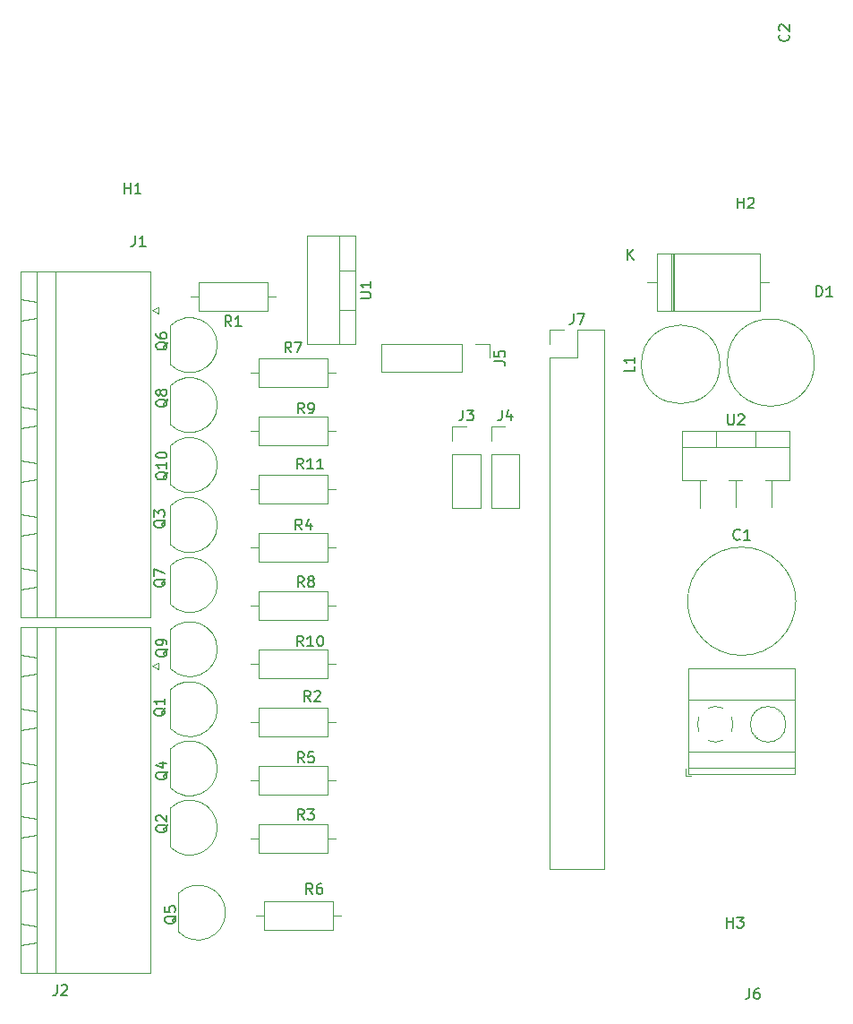
<source format=gbr>
%TF.GenerationSoftware,KiCad,Pcbnew,6.0.5-a6ca702e91~116~ubuntu20.04.1*%
%TF.CreationDate,2022-09-12T10:32:15-03:00*%
%TF.ProjectId,PEF,5045462e-6b69-4636-9164-5f7063625858,rev?*%
%TF.SameCoordinates,Original*%
%TF.FileFunction,Legend,Top*%
%TF.FilePolarity,Positive*%
%FSLAX46Y46*%
G04 Gerber Fmt 4.6, Leading zero omitted, Abs format (unit mm)*
G04 Created by KiCad (PCBNEW 6.0.5-a6ca702e91~116~ubuntu20.04.1) date 2022-09-12 10:32:15*
%MOMM*%
%LPD*%
G01*
G04 APERTURE LIST*
%ADD10C,0.150000*%
%ADD11C,0.120000*%
G04 APERTURE END LIST*
D10*
%TO.C,U2*%
X80518095Y-39732380D02*
X80518095Y-40541904D01*
X80565714Y-40637142D01*
X80613333Y-40684761D01*
X80708571Y-40732380D01*
X80899047Y-40732380D01*
X80994285Y-40684761D01*
X81041904Y-40637142D01*
X81089523Y-40541904D01*
X81089523Y-39732380D01*
X81518095Y-39827619D02*
X81565714Y-39780000D01*
X81660952Y-39732380D01*
X81899047Y-39732380D01*
X81994285Y-39780000D01*
X82041904Y-39827619D01*
X82089523Y-39922857D01*
X82089523Y-40018095D01*
X82041904Y-40160952D01*
X81470476Y-40732380D01*
X82089523Y-40732380D01*
%TO.C,C2*%
X86245892Y-3855416D02*
X86293511Y-3903035D01*
X86341130Y-4045892D01*
X86341130Y-4141130D01*
X86293511Y-4283988D01*
X86198273Y-4379226D01*
X86103035Y-4426845D01*
X85912559Y-4474464D01*
X85769702Y-4474464D01*
X85579226Y-4426845D01*
X85483988Y-4379226D01*
X85388750Y-4283988D01*
X85341130Y-4141130D01*
X85341130Y-4045892D01*
X85388750Y-3903035D01*
X85436369Y-3855416D01*
X85436369Y-3474464D02*
X85388750Y-3426845D01*
X85341130Y-3331607D01*
X85341130Y-3093511D01*
X85388750Y-2998273D01*
X85436369Y-2950654D01*
X85531607Y-2903035D01*
X85626845Y-2903035D01*
X85769702Y-2950654D01*
X86341130Y-3522083D01*
X86341130Y-2903035D01*
%TO.C,Q3*%
X27347619Y-49695238D02*
X27300000Y-49790476D01*
X27204761Y-49885714D01*
X27061904Y-50028571D01*
X27014285Y-50123809D01*
X27014285Y-50219047D01*
X27252380Y-50171428D02*
X27204761Y-50266666D01*
X27109523Y-50361904D01*
X26919047Y-50409523D01*
X26585714Y-50409523D01*
X26395238Y-50361904D01*
X26300000Y-50266666D01*
X26252380Y-50171428D01*
X26252380Y-49980952D01*
X26300000Y-49885714D01*
X26395238Y-49790476D01*
X26585714Y-49742857D01*
X26919047Y-49742857D01*
X27109523Y-49790476D01*
X27204761Y-49885714D01*
X27252380Y-49980952D01*
X27252380Y-50171428D01*
X26252380Y-49409523D02*
X26252380Y-48790476D01*
X26633333Y-49123809D01*
X26633333Y-48980952D01*
X26680952Y-48885714D01*
X26728571Y-48838095D01*
X26823809Y-48790476D01*
X27061904Y-48790476D01*
X27157142Y-48838095D01*
X27204761Y-48885714D01*
X27252380Y-48980952D01*
X27252380Y-49266666D01*
X27204761Y-49361904D01*
X27157142Y-49409523D01*
%TO.C,H1*%
X23438095Y-18852380D02*
X23438095Y-17852380D01*
X23438095Y-18328571D02*
X24009523Y-18328571D01*
X24009523Y-18852380D02*
X24009523Y-17852380D01*
X25009523Y-18852380D02*
X24438095Y-18852380D01*
X24723809Y-18852380D02*
X24723809Y-17852380D01*
X24628571Y-17995238D01*
X24533333Y-18090476D01*
X24438095Y-18138095D01*
%TO.C,J3*%
X55461666Y-39322380D02*
X55461666Y-40036666D01*
X55414047Y-40179523D01*
X55318809Y-40274761D01*
X55175952Y-40322380D01*
X55080714Y-40322380D01*
X55842619Y-39322380D02*
X56461666Y-39322380D01*
X56128333Y-39703333D01*
X56271190Y-39703333D01*
X56366428Y-39750952D01*
X56414047Y-39798571D01*
X56461666Y-39893809D01*
X56461666Y-40131904D01*
X56414047Y-40227142D01*
X56366428Y-40274761D01*
X56271190Y-40322380D01*
X55985476Y-40322380D01*
X55890238Y-40274761D01*
X55842619Y-40227142D01*
%TO.C,R5*%
X40433333Y-72652380D02*
X40100000Y-72176190D01*
X39861904Y-72652380D02*
X39861904Y-71652380D01*
X40242857Y-71652380D01*
X40338095Y-71700000D01*
X40385714Y-71747619D01*
X40433333Y-71842857D01*
X40433333Y-71985714D01*
X40385714Y-72080952D01*
X40338095Y-72128571D01*
X40242857Y-72176190D01*
X39861904Y-72176190D01*
X41338095Y-71652380D02*
X40861904Y-71652380D01*
X40814285Y-72128571D01*
X40861904Y-72080952D01*
X40957142Y-72033333D01*
X41195238Y-72033333D01*
X41290476Y-72080952D01*
X41338095Y-72128571D01*
X41385714Y-72223809D01*
X41385714Y-72461904D01*
X41338095Y-72557142D01*
X41290476Y-72604761D01*
X41195238Y-72652380D01*
X40957142Y-72652380D01*
X40861904Y-72604761D01*
X40814285Y-72557142D01*
%TO.C,D1*%
X88906904Y-28599880D02*
X88906904Y-27599880D01*
X89145000Y-27599880D01*
X89287857Y-27647500D01*
X89383095Y-27742738D01*
X89430714Y-27837976D01*
X89478333Y-28028452D01*
X89478333Y-28171309D01*
X89430714Y-28361785D01*
X89383095Y-28457023D01*
X89287857Y-28552261D01*
X89145000Y-28599880D01*
X88906904Y-28599880D01*
X90430714Y-28599880D02*
X89859285Y-28599880D01*
X90145000Y-28599880D02*
X90145000Y-27599880D01*
X90049761Y-27742738D01*
X89954523Y-27837976D01*
X89859285Y-27885595D01*
X71018095Y-25122380D02*
X71018095Y-24122380D01*
X71589523Y-25122380D02*
X71160952Y-24550952D01*
X71589523Y-24122380D02*
X71018095Y-24693809D01*
%TO.C,R10*%
X40357142Y-61652380D02*
X40023809Y-61176190D01*
X39785714Y-61652380D02*
X39785714Y-60652380D01*
X40166666Y-60652380D01*
X40261904Y-60700000D01*
X40309523Y-60747619D01*
X40357142Y-60842857D01*
X40357142Y-60985714D01*
X40309523Y-61080952D01*
X40261904Y-61128571D01*
X40166666Y-61176190D01*
X39785714Y-61176190D01*
X41309523Y-61652380D02*
X40738095Y-61652380D01*
X41023809Y-61652380D02*
X41023809Y-60652380D01*
X40928571Y-60795238D01*
X40833333Y-60890476D01*
X40738095Y-60938095D01*
X41928571Y-60652380D02*
X42023809Y-60652380D01*
X42119047Y-60700000D01*
X42166666Y-60747619D01*
X42214285Y-60842857D01*
X42261904Y-61033333D01*
X42261904Y-61271428D01*
X42214285Y-61461904D01*
X42166666Y-61557142D01*
X42119047Y-61604761D01*
X42023809Y-61652380D01*
X41928571Y-61652380D01*
X41833333Y-61604761D01*
X41785714Y-61557142D01*
X41738095Y-61461904D01*
X41690476Y-61271428D01*
X41690476Y-61033333D01*
X41738095Y-60842857D01*
X41785714Y-60747619D01*
X41833333Y-60700000D01*
X41928571Y-60652380D01*
%TO.C,J2*%
X17066666Y-93652380D02*
X17066666Y-94366666D01*
X17019047Y-94509523D01*
X16923809Y-94604761D01*
X16780952Y-94652380D01*
X16685714Y-94652380D01*
X17495238Y-93747619D02*
X17542857Y-93700000D01*
X17638095Y-93652380D01*
X17876190Y-93652380D01*
X17971428Y-93700000D01*
X18019047Y-93747619D01*
X18066666Y-93842857D01*
X18066666Y-93938095D01*
X18019047Y-94080952D01*
X17447619Y-94652380D01*
X18066666Y-94652380D01*
%TO.C,R2*%
X41033333Y-66852380D02*
X40700000Y-66376190D01*
X40461904Y-66852380D02*
X40461904Y-65852380D01*
X40842857Y-65852380D01*
X40938095Y-65900000D01*
X40985714Y-65947619D01*
X41033333Y-66042857D01*
X41033333Y-66185714D01*
X40985714Y-66280952D01*
X40938095Y-66328571D01*
X40842857Y-66376190D01*
X40461904Y-66376190D01*
X41414285Y-65947619D02*
X41461904Y-65900000D01*
X41557142Y-65852380D01*
X41795238Y-65852380D01*
X41890476Y-65900000D01*
X41938095Y-65947619D01*
X41985714Y-66042857D01*
X41985714Y-66138095D01*
X41938095Y-66280952D01*
X41366666Y-66852380D01*
X41985714Y-66852380D01*
%TO.C,H3*%
X80438095Y-88252380D02*
X80438095Y-87252380D01*
X80438095Y-87728571D02*
X81009523Y-87728571D01*
X81009523Y-88252380D02*
X81009523Y-87252380D01*
X81390476Y-87252380D02*
X82009523Y-87252380D01*
X81676190Y-87633333D01*
X81819047Y-87633333D01*
X81914285Y-87680952D01*
X81961904Y-87728571D01*
X82009523Y-87823809D01*
X82009523Y-88061904D01*
X81961904Y-88157142D01*
X81914285Y-88204761D01*
X81819047Y-88252380D01*
X81533333Y-88252380D01*
X81438095Y-88204761D01*
X81390476Y-88157142D01*
%TO.C,L1*%
X71672380Y-35176666D02*
X71672380Y-35652857D01*
X70672380Y-35652857D01*
X71672380Y-34319523D02*
X71672380Y-34890952D01*
X71672380Y-34605238D02*
X70672380Y-34605238D01*
X70815238Y-34700476D01*
X70910476Y-34795714D01*
X70958095Y-34890952D01*
%TO.C,R3*%
X40433333Y-78052380D02*
X40100000Y-77576190D01*
X39861904Y-78052380D02*
X39861904Y-77052380D01*
X40242857Y-77052380D01*
X40338095Y-77100000D01*
X40385714Y-77147619D01*
X40433333Y-77242857D01*
X40433333Y-77385714D01*
X40385714Y-77480952D01*
X40338095Y-77528571D01*
X40242857Y-77576190D01*
X39861904Y-77576190D01*
X40766666Y-77052380D02*
X41385714Y-77052380D01*
X41052380Y-77433333D01*
X41195238Y-77433333D01*
X41290476Y-77480952D01*
X41338095Y-77528571D01*
X41385714Y-77623809D01*
X41385714Y-77861904D01*
X41338095Y-77957142D01*
X41290476Y-78004761D01*
X41195238Y-78052380D01*
X40909523Y-78052380D01*
X40814285Y-78004761D01*
X40766666Y-77957142D01*
%TO.C,Q5*%
X28367619Y-87115238D02*
X28320000Y-87210476D01*
X28224761Y-87305714D01*
X28081904Y-87448571D01*
X28034285Y-87543809D01*
X28034285Y-87639047D01*
X28272380Y-87591428D02*
X28224761Y-87686666D01*
X28129523Y-87781904D01*
X27939047Y-87829523D01*
X27605714Y-87829523D01*
X27415238Y-87781904D01*
X27320000Y-87686666D01*
X27272380Y-87591428D01*
X27272380Y-87400952D01*
X27320000Y-87305714D01*
X27415238Y-87210476D01*
X27605714Y-87162857D01*
X27939047Y-87162857D01*
X28129523Y-87210476D01*
X28224761Y-87305714D01*
X28272380Y-87400952D01*
X28272380Y-87591428D01*
X27272380Y-86258095D02*
X27272380Y-86734285D01*
X27748571Y-86781904D01*
X27700952Y-86734285D01*
X27653333Y-86639047D01*
X27653333Y-86400952D01*
X27700952Y-86305714D01*
X27748571Y-86258095D01*
X27843809Y-86210476D01*
X28081904Y-86210476D01*
X28177142Y-86258095D01*
X28224761Y-86305714D01*
X28272380Y-86400952D01*
X28272380Y-86639047D01*
X28224761Y-86734285D01*
X28177142Y-86781904D01*
%TO.C,J7*%
X65936666Y-30197380D02*
X65936666Y-30911666D01*
X65889047Y-31054523D01*
X65793809Y-31149761D01*
X65650952Y-31197380D01*
X65555714Y-31197380D01*
X66317619Y-30197380D02*
X66984285Y-30197380D01*
X66555714Y-31197380D01*
%TO.C,R9*%
X40433333Y-39652380D02*
X40100000Y-39176190D01*
X39861904Y-39652380D02*
X39861904Y-38652380D01*
X40242857Y-38652380D01*
X40338095Y-38700000D01*
X40385714Y-38747619D01*
X40433333Y-38842857D01*
X40433333Y-38985714D01*
X40385714Y-39080952D01*
X40338095Y-39128571D01*
X40242857Y-39176190D01*
X39861904Y-39176190D01*
X40909523Y-39652380D02*
X41100000Y-39652380D01*
X41195238Y-39604761D01*
X41242857Y-39557142D01*
X41338095Y-39414285D01*
X41385714Y-39223809D01*
X41385714Y-38842857D01*
X41338095Y-38747619D01*
X41290476Y-38700000D01*
X41195238Y-38652380D01*
X41004761Y-38652380D01*
X40909523Y-38700000D01*
X40861904Y-38747619D01*
X40814285Y-38842857D01*
X40814285Y-39080952D01*
X40861904Y-39176190D01*
X40909523Y-39223809D01*
X41004761Y-39271428D01*
X41195238Y-39271428D01*
X41290476Y-39223809D01*
X41338095Y-39176190D01*
X41385714Y-39080952D01*
%TO.C,R7*%
X39233333Y-33882380D02*
X38900000Y-33406190D01*
X38661904Y-33882380D02*
X38661904Y-32882380D01*
X39042857Y-32882380D01*
X39138095Y-32930000D01*
X39185714Y-32977619D01*
X39233333Y-33072857D01*
X39233333Y-33215714D01*
X39185714Y-33310952D01*
X39138095Y-33358571D01*
X39042857Y-33406190D01*
X38661904Y-33406190D01*
X39566666Y-32882380D02*
X40233333Y-32882380D01*
X39804761Y-33882380D01*
%TO.C,J6*%
X82566666Y-93972380D02*
X82566666Y-94686666D01*
X82519047Y-94829523D01*
X82423809Y-94924761D01*
X82280952Y-94972380D01*
X82185714Y-94972380D01*
X83471428Y-93972380D02*
X83280952Y-93972380D01*
X83185714Y-94020000D01*
X83138095Y-94067619D01*
X83042857Y-94210476D01*
X82995238Y-94400952D01*
X82995238Y-94781904D01*
X83042857Y-94877142D01*
X83090476Y-94924761D01*
X83185714Y-94972380D01*
X83376190Y-94972380D01*
X83471428Y-94924761D01*
X83519047Y-94877142D01*
X83566666Y-94781904D01*
X83566666Y-94543809D01*
X83519047Y-94448571D01*
X83471428Y-94400952D01*
X83376190Y-94353333D01*
X83185714Y-94353333D01*
X83090476Y-94400952D01*
X83042857Y-94448571D01*
X82995238Y-94543809D01*
%TO.C,Q4*%
X27547619Y-73495238D02*
X27500000Y-73590476D01*
X27404761Y-73685714D01*
X27261904Y-73828571D01*
X27214285Y-73923809D01*
X27214285Y-74019047D01*
X27452380Y-73971428D02*
X27404761Y-74066666D01*
X27309523Y-74161904D01*
X27119047Y-74209523D01*
X26785714Y-74209523D01*
X26595238Y-74161904D01*
X26500000Y-74066666D01*
X26452380Y-73971428D01*
X26452380Y-73780952D01*
X26500000Y-73685714D01*
X26595238Y-73590476D01*
X26785714Y-73542857D01*
X27119047Y-73542857D01*
X27309523Y-73590476D01*
X27404761Y-73685714D01*
X27452380Y-73780952D01*
X27452380Y-73971428D01*
X26785714Y-72685714D02*
X27452380Y-72685714D01*
X26404761Y-72923809D02*
X27119047Y-73161904D01*
X27119047Y-72542857D01*
%TO.C,Q2*%
X27547619Y-78495238D02*
X27500000Y-78590476D01*
X27404761Y-78685714D01*
X27261904Y-78828571D01*
X27214285Y-78923809D01*
X27214285Y-79019047D01*
X27452380Y-78971428D02*
X27404761Y-79066666D01*
X27309523Y-79161904D01*
X27119047Y-79209523D01*
X26785714Y-79209523D01*
X26595238Y-79161904D01*
X26500000Y-79066666D01*
X26452380Y-78971428D01*
X26452380Y-78780952D01*
X26500000Y-78685714D01*
X26595238Y-78590476D01*
X26785714Y-78542857D01*
X27119047Y-78542857D01*
X27309523Y-78590476D01*
X27404761Y-78685714D01*
X27452380Y-78780952D01*
X27452380Y-78971428D01*
X26547619Y-78161904D02*
X26500000Y-78114285D01*
X26452380Y-78019047D01*
X26452380Y-77780952D01*
X26500000Y-77685714D01*
X26547619Y-77638095D01*
X26642857Y-77590476D01*
X26738095Y-77590476D01*
X26880952Y-77638095D01*
X27452380Y-78209523D01*
X27452380Y-77590476D01*
%TO.C,J1*%
X24466666Y-22852380D02*
X24466666Y-23566666D01*
X24419047Y-23709523D01*
X24323809Y-23804761D01*
X24180952Y-23852380D01*
X24085714Y-23852380D01*
X25466666Y-23852380D02*
X24895238Y-23852380D01*
X25180952Y-23852380D02*
X25180952Y-22852380D01*
X25085714Y-22995238D01*
X24990476Y-23090476D01*
X24895238Y-23138095D01*
%TO.C,Q6*%
X27547619Y-32895238D02*
X27500000Y-32990476D01*
X27404761Y-33085714D01*
X27261904Y-33228571D01*
X27214285Y-33323809D01*
X27214285Y-33419047D01*
X27452380Y-33371428D02*
X27404761Y-33466666D01*
X27309523Y-33561904D01*
X27119047Y-33609523D01*
X26785714Y-33609523D01*
X26595238Y-33561904D01*
X26500000Y-33466666D01*
X26452380Y-33371428D01*
X26452380Y-33180952D01*
X26500000Y-33085714D01*
X26595238Y-32990476D01*
X26785714Y-32942857D01*
X27119047Y-32942857D01*
X27309523Y-32990476D01*
X27404761Y-33085714D01*
X27452380Y-33180952D01*
X27452380Y-33371428D01*
X26452380Y-32085714D02*
X26452380Y-32276190D01*
X26500000Y-32371428D01*
X26547619Y-32419047D01*
X26690476Y-32514285D01*
X26880952Y-32561904D01*
X27261904Y-32561904D01*
X27357142Y-32514285D01*
X27404761Y-32466666D01*
X27452380Y-32371428D01*
X27452380Y-32180952D01*
X27404761Y-32085714D01*
X27357142Y-32038095D01*
X27261904Y-31990476D01*
X27023809Y-31990476D01*
X26928571Y-32038095D01*
X26880952Y-32085714D01*
X26833333Y-32180952D01*
X26833333Y-32371428D01*
X26880952Y-32466666D01*
X26928571Y-32514285D01*
X27023809Y-32561904D01*
%TO.C,Q7*%
X27347619Y-55295238D02*
X27300000Y-55390476D01*
X27204761Y-55485714D01*
X27061904Y-55628571D01*
X27014285Y-55723809D01*
X27014285Y-55819047D01*
X27252380Y-55771428D02*
X27204761Y-55866666D01*
X27109523Y-55961904D01*
X26919047Y-56009523D01*
X26585714Y-56009523D01*
X26395238Y-55961904D01*
X26300000Y-55866666D01*
X26252380Y-55771428D01*
X26252380Y-55580952D01*
X26300000Y-55485714D01*
X26395238Y-55390476D01*
X26585714Y-55342857D01*
X26919047Y-55342857D01*
X27109523Y-55390476D01*
X27204761Y-55485714D01*
X27252380Y-55580952D01*
X27252380Y-55771428D01*
X26252380Y-55009523D02*
X26252380Y-54342857D01*
X27252380Y-54771428D01*
%TO.C,R1*%
X33553333Y-31422380D02*
X33220000Y-30946190D01*
X32981904Y-31422380D02*
X32981904Y-30422380D01*
X33362857Y-30422380D01*
X33458095Y-30470000D01*
X33505714Y-30517619D01*
X33553333Y-30612857D01*
X33553333Y-30755714D01*
X33505714Y-30850952D01*
X33458095Y-30898571D01*
X33362857Y-30946190D01*
X32981904Y-30946190D01*
X34505714Y-31422380D02*
X33934285Y-31422380D01*
X34220000Y-31422380D02*
X34220000Y-30422380D01*
X34124761Y-30565238D01*
X34029523Y-30660476D01*
X33934285Y-30708095D01*
%TO.C,J4*%
X59141666Y-39322380D02*
X59141666Y-40036666D01*
X59094047Y-40179523D01*
X58998809Y-40274761D01*
X58855952Y-40322380D01*
X58760714Y-40322380D01*
X60046428Y-39655714D02*
X60046428Y-40322380D01*
X59808333Y-39274761D02*
X59570238Y-39989047D01*
X60189285Y-39989047D01*
%TO.C,Q1*%
X27347619Y-67495238D02*
X27300000Y-67590476D01*
X27204761Y-67685714D01*
X27061904Y-67828571D01*
X27014285Y-67923809D01*
X27014285Y-68019047D01*
X27252380Y-67971428D02*
X27204761Y-68066666D01*
X27109523Y-68161904D01*
X26919047Y-68209523D01*
X26585714Y-68209523D01*
X26395238Y-68161904D01*
X26300000Y-68066666D01*
X26252380Y-67971428D01*
X26252380Y-67780952D01*
X26300000Y-67685714D01*
X26395238Y-67590476D01*
X26585714Y-67542857D01*
X26919047Y-67542857D01*
X27109523Y-67590476D01*
X27204761Y-67685714D01*
X27252380Y-67780952D01*
X27252380Y-67971428D01*
X27252380Y-66590476D02*
X27252380Y-67161904D01*
X27252380Y-66876190D02*
X26252380Y-66876190D01*
X26395238Y-66971428D01*
X26490476Y-67066666D01*
X26538095Y-67161904D01*
%TO.C,Q8*%
X27547619Y-38295238D02*
X27500000Y-38390476D01*
X27404761Y-38485714D01*
X27261904Y-38628571D01*
X27214285Y-38723809D01*
X27214285Y-38819047D01*
X27452380Y-38771428D02*
X27404761Y-38866666D01*
X27309523Y-38961904D01*
X27119047Y-39009523D01*
X26785714Y-39009523D01*
X26595238Y-38961904D01*
X26500000Y-38866666D01*
X26452380Y-38771428D01*
X26452380Y-38580952D01*
X26500000Y-38485714D01*
X26595238Y-38390476D01*
X26785714Y-38342857D01*
X27119047Y-38342857D01*
X27309523Y-38390476D01*
X27404761Y-38485714D01*
X27452380Y-38580952D01*
X27452380Y-38771428D01*
X26880952Y-37771428D02*
X26833333Y-37866666D01*
X26785714Y-37914285D01*
X26690476Y-37961904D01*
X26642857Y-37961904D01*
X26547619Y-37914285D01*
X26500000Y-37866666D01*
X26452380Y-37771428D01*
X26452380Y-37580952D01*
X26500000Y-37485714D01*
X26547619Y-37438095D01*
X26642857Y-37390476D01*
X26690476Y-37390476D01*
X26785714Y-37438095D01*
X26833333Y-37485714D01*
X26880952Y-37580952D01*
X26880952Y-37771428D01*
X26928571Y-37866666D01*
X26976190Y-37914285D01*
X27071428Y-37961904D01*
X27261904Y-37961904D01*
X27357142Y-37914285D01*
X27404761Y-37866666D01*
X27452380Y-37771428D01*
X27452380Y-37580952D01*
X27404761Y-37485714D01*
X27357142Y-37438095D01*
X27261904Y-37390476D01*
X27071428Y-37390476D01*
X26976190Y-37438095D01*
X26928571Y-37485714D01*
X26880952Y-37580952D01*
%TO.C,H2*%
X81438095Y-20252380D02*
X81438095Y-19252380D01*
X81438095Y-19728571D02*
X82009523Y-19728571D01*
X82009523Y-20252380D02*
X82009523Y-19252380D01*
X82438095Y-19347619D02*
X82485714Y-19300000D01*
X82580952Y-19252380D01*
X82819047Y-19252380D01*
X82914285Y-19300000D01*
X82961904Y-19347619D01*
X83009523Y-19442857D01*
X83009523Y-19538095D01*
X82961904Y-19680952D01*
X82390476Y-20252380D01*
X83009523Y-20252380D01*
%TO.C,R6*%
X41253333Y-85072380D02*
X40920000Y-84596190D01*
X40681904Y-85072380D02*
X40681904Y-84072380D01*
X41062857Y-84072380D01*
X41158095Y-84120000D01*
X41205714Y-84167619D01*
X41253333Y-84262857D01*
X41253333Y-84405714D01*
X41205714Y-84500952D01*
X41158095Y-84548571D01*
X41062857Y-84596190D01*
X40681904Y-84596190D01*
X42110476Y-84072380D02*
X41920000Y-84072380D01*
X41824761Y-84120000D01*
X41777142Y-84167619D01*
X41681904Y-84310476D01*
X41634285Y-84500952D01*
X41634285Y-84881904D01*
X41681904Y-84977142D01*
X41729523Y-85024761D01*
X41824761Y-85072380D01*
X42015238Y-85072380D01*
X42110476Y-85024761D01*
X42158095Y-84977142D01*
X42205714Y-84881904D01*
X42205714Y-84643809D01*
X42158095Y-84548571D01*
X42110476Y-84500952D01*
X42015238Y-84453333D01*
X41824761Y-84453333D01*
X41729523Y-84500952D01*
X41681904Y-84548571D01*
X41634285Y-84643809D01*
%TO.C,R8*%
X40433333Y-56052380D02*
X40100000Y-55576190D01*
X39861904Y-56052380D02*
X39861904Y-55052380D01*
X40242857Y-55052380D01*
X40338095Y-55100000D01*
X40385714Y-55147619D01*
X40433333Y-55242857D01*
X40433333Y-55385714D01*
X40385714Y-55480952D01*
X40338095Y-55528571D01*
X40242857Y-55576190D01*
X39861904Y-55576190D01*
X41004761Y-55480952D02*
X40909523Y-55433333D01*
X40861904Y-55385714D01*
X40814285Y-55290476D01*
X40814285Y-55242857D01*
X40861904Y-55147619D01*
X40909523Y-55100000D01*
X41004761Y-55052380D01*
X41195238Y-55052380D01*
X41290476Y-55100000D01*
X41338095Y-55147619D01*
X41385714Y-55242857D01*
X41385714Y-55290476D01*
X41338095Y-55385714D01*
X41290476Y-55433333D01*
X41195238Y-55480952D01*
X41004761Y-55480952D01*
X40909523Y-55528571D01*
X40861904Y-55576190D01*
X40814285Y-55671428D01*
X40814285Y-55861904D01*
X40861904Y-55957142D01*
X40909523Y-56004761D01*
X41004761Y-56052380D01*
X41195238Y-56052380D01*
X41290476Y-56004761D01*
X41338095Y-55957142D01*
X41385714Y-55861904D01*
X41385714Y-55671428D01*
X41338095Y-55576190D01*
X41290476Y-55528571D01*
X41195238Y-55480952D01*
%TO.C,R4*%
X40233333Y-50652380D02*
X39900000Y-50176190D01*
X39661904Y-50652380D02*
X39661904Y-49652380D01*
X40042857Y-49652380D01*
X40138095Y-49700000D01*
X40185714Y-49747619D01*
X40233333Y-49842857D01*
X40233333Y-49985714D01*
X40185714Y-50080952D01*
X40138095Y-50128571D01*
X40042857Y-50176190D01*
X39661904Y-50176190D01*
X41090476Y-49985714D02*
X41090476Y-50652380D01*
X40852380Y-49604761D02*
X40614285Y-50319047D01*
X41233333Y-50319047D01*
%TO.C,C1*%
X81673333Y-51507142D02*
X81625714Y-51554761D01*
X81482857Y-51602380D01*
X81387619Y-51602380D01*
X81244761Y-51554761D01*
X81149523Y-51459523D01*
X81101904Y-51364285D01*
X81054285Y-51173809D01*
X81054285Y-51030952D01*
X81101904Y-50840476D01*
X81149523Y-50745238D01*
X81244761Y-50650000D01*
X81387619Y-50602380D01*
X81482857Y-50602380D01*
X81625714Y-50650000D01*
X81673333Y-50697619D01*
X82625714Y-51602380D02*
X82054285Y-51602380D01*
X82340000Y-51602380D02*
X82340000Y-50602380D01*
X82244761Y-50745238D01*
X82149523Y-50840476D01*
X82054285Y-50888095D01*
%TO.C,Q9*%
X27547619Y-61895238D02*
X27500000Y-61990476D01*
X27404761Y-62085714D01*
X27261904Y-62228571D01*
X27214285Y-62323809D01*
X27214285Y-62419047D01*
X27452380Y-62371428D02*
X27404761Y-62466666D01*
X27309523Y-62561904D01*
X27119047Y-62609523D01*
X26785714Y-62609523D01*
X26595238Y-62561904D01*
X26500000Y-62466666D01*
X26452380Y-62371428D01*
X26452380Y-62180952D01*
X26500000Y-62085714D01*
X26595238Y-61990476D01*
X26785714Y-61942857D01*
X27119047Y-61942857D01*
X27309523Y-61990476D01*
X27404761Y-62085714D01*
X27452380Y-62180952D01*
X27452380Y-62371428D01*
X27452380Y-61466666D02*
X27452380Y-61276190D01*
X27404761Y-61180952D01*
X27357142Y-61133333D01*
X27214285Y-61038095D01*
X27023809Y-60990476D01*
X26642857Y-60990476D01*
X26547619Y-61038095D01*
X26500000Y-61085714D01*
X26452380Y-61180952D01*
X26452380Y-61371428D01*
X26500000Y-61466666D01*
X26547619Y-61514285D01*
X26642857Y-61561904D01*
X26880952Y-61561904D01*
X26976190Y-61514285D01*
X27023809Y-61466666D01*
X27071428Y-61371428D01*
X27071428Y-61180952D01*
X27023809Y-61085714D01*
X26976190Y-61038095D01*
X26880952Y-60990476D01*
%TO.C,J5*%
X58457380Y-34733333D02*
X59171666Y-34733333D01*
X59314523Y-34780952D01*
X59409761Y-34876190D01*
X59457380Y-35019047D01*
X59457380Y-35114285D01*
X58457380Y-33780952D02*
X58457380Y-34257142D01*
X58933571Y-34304761D01*
X58885952Y-34257142D01*
X58838333Y-34161904D01*
X58838333Y-33923809D01*
X58885952Y-33828571D01*
X58933571Y-33780952D01*
X59028809Y-33733333D01*
X59266904Y-33733333D01*
X59362142Y-33780952D01*
X59409761Y-33828571D01*
X59457380Y-33923809D01*
X59457380Y-34161904D01*
X59409761Y-34257142D01*
X59362142Y-34304761D01*
%TO.C,R11*%
X40357142Y-44889880D02*
X40023809Y-44413690D01*
X39785714Y-44889880D02*
X39785714Y-43889880D01*
X40166666Y-43889880D01*
X40261904Y-43937500D01*
X40309523Y-43985119D01*
X40357142Y-44080357D01*
X40357142Y-44223214D01*
X40309523Y-44318452D01*
X40261904Y-44366071D01*
X40166666Y-44413690D01*
X39785714Y-44413690D01*
X41309523Y-44889880D02*
X40738095Y-44889880D01*
X41023809Y-44889880D02*
X41023809Y-43889880D01*
X40928571Y-44032738D01*
X40833333Y-44127976D01*
X40738095Y-44175595D01*
X42261904Y-44889880D02*
X41690476Y-44889880D01*
X41976190Y-44889880D02*
X41976190Y-43889880D01*
X41880952Y-44032738D01*
X41785714Y-44127976D01*
X41690476Y-44175595D01*
%TO.C,Q10*%
X27547619Y-45171428D02*
X27500000Y-45266666D01*
X27404761Y-45361904D01*
X27261904Y-45504761D01*
X27214285Y-45600000D01*
X27214285Y-45695238D01*
X27452380Y-45647619D02*
X27404761Y-45742857D01*
X27309523Y-45838095D01*
X27119047Y-45885714D01*
X26785714Y-45885714D01*
X26595238Y-45838095D01*
X26500000Y-45742857D01*
X26452380Y-45647619D01*
X26452380Y-45457142D01*
X26500000Y-45361904D01*
X26595238Y-45266666D01*
X26785714Y-45219047D01*
X27119047Y-45219047D01*
X27309523Y-45266666D01*
X27404761Y-45361904D01*
X27452380Y-45457142D01*
X27452380Y-45647619D01*
X27452380Y-44266666D02*
X27452380Y-44838095D01*
X27452380Y-44552380D02*
X26452380Y-44552380D01*
X26595238Y-44647619D01*
X26690476Y-44742857D01*
X26738095Y-44838095D01*
X26452380Y-43647619D02*
X26452380Y-43552380D01*
X26500000Y-43457142D01*
X26547619Y-43409523D01*
X26642857Y-43361904D01*
X26833333Y-43314285D01*
X27071428Y-43314285D01*
X27261904Y-43361904D01*
X27357142Y-43409523D01*
X27404761Y-43457142D01*
X27452380Y-43552380D01*
X27452380Y-43647619D01*
X27404761Y-43742857D01*
X27357142Y-43790476D01*
X27261904Y-43838095D01*
X27071428Y-43885714D01*
X26833333Y-43885714D01*
X26642857Y-43838095D01*
X26547619Y-43790476D01*
X26500000Y-43742857D01*
X26452380Y-43647619D01*
%TO.C,U1*%
X45777380Y-28761904D02*
X46586904Y-28761904D01*
X46682142Y-28714285D01*
X46729761Y-28666666D01*
X46777380Y-28571428D01*
X46777380Y-28380952D01*
X46729761Y-28285714D01*
X46682142Y-28238095D01*
X46586904Y-28190476D01*
X45777380Y-28190476D01*
X46777380Y-27190476D02*
X46777380Y-27761904D01*
X46777380Y-27476190D02*
X45777380Y-27476190D01*
X45920238Y-27571428D01*
X46015476Y-27666666D01*
X46063095Y-27761904D01*
D11*
%TO.C,U2*%
X76159000Y-42789000D02*
X86400000Y-42789000D01*
X86400000Y-41280000D02*
X86400000Y-45921000D01*
X76159000Y-41280000D02*
X86400000Y-41280000D01*
X79430000Y-41280000D02*
X79430000Y-42789000D01*
X80645000Y-45921000D02*
X81915000Y-45921000D01*
X76159000Y-41280000D02*
X76159000Y-45921000D01*
X84680000Y-45921000D02*
X84680000Y-48535000D01*
X83130000Y-41280000D02*
X83130000Y-42789000D01*
X81280000Y-45921000D02*
X81280000Y-48535000D01*
X77880000Y-45921000D02*
X77880000Y-48551000D01*
X84045000Y-45921000D02*
X86400000Y-45921000D01*
X76159000Y-45921000D02*
X78515000Y-45921000D01*
%TO.C,C2*%
X88720000Y-34840000D02*
G75*
G03*
X88720000Y-34840000I-4120000J0D01*
G01*
%TO.C,Q3*%
X27790000Y-48410000D02*
X27790000Y-52010000D01*
X32240001Y-50210000D02*
G75*
G03*
X27801522Y-48371522I-2600001J0D01*
G01*
X27801522Y-52048478D02*
G75*
G03*
X32240000Y-50210000I1838478J1838478D01*
G01*
%TO.C,J3*%
X54465000Y-48610000D02*
X57125000Y-48610000D01*
X54465000Y-43470000D02*
X57125000Y-43470000D01*
X57125000Y-43470000D02*
X57125000Y-48610000D01*
X54465000Y-40870000D02*
X55795000Y-40870000D01*
X54465000Y-42200000D02*
X54465000Y-40870000D01*
X54465000Y-43470000D02*
X54465000Y-48610000D01*
%TO.C,R5*%
X42670000Y-75696250D02*
X42670000Y-72956250D01*
X36130000Y-75696250D02*
X42670000Y-75696250D01*
X43440000Y-74326250D02*
X42670000Y-74326250D01*
X36130000Y-72956250D02*
X36130000Y-75696250D01*
X42670000Y-72956250D02*
X36130000Y-72956250D01*
X35360000Y-74326250D02*
X36130000Y-74326250D01*
%TO.C,D1*%
X73790000Y-29990000D02*
X83530000Y-29990000D01*
X83530000Y-24550000D02*
X73790000Y-24550000D01*
X75455000Y-24550000D02*
X75455000Y-29990000D01*
X75335000Y-24550000D02*
X75335000Y-29990000D01*
X84440000Y-27270000D02*
X83530000Y-27270000D01*
X73790000Y-24550000D02*
X73790000Y-29990000D01*
X72880000Y-27270000D02*
X73790000Y-27270000D01*
X83530000Y-29990000D02*
X83530000Y-24550000D01*
X75215000Y-24550000D02*
X75215000Y-29990000D01*
%TO.C,R10*%
X42670000Y-61948750D02*
X36130000Y-61948750D01*
X35360000Y-63318750D02*
X36130000Y-63318750D01*
X42670000Y-64688750D02*
X42670000Y-61948750D01*
X43440000Y-63318750D02*
X42670000Y-63318750D01*
X36130000Y-64688750D02*
X42670000Y-64688750D01*
X36130000Y-61948750D02*
X36130000Y-64688750D01*
%TO.C,J2*%
X13667500Y-92550000D02*
X25887500Y-92550000D01*
X15167500Y-84570000D02*
X15167500Y-83070000D01*
X13667500Y-89900000D02*
X15167500Y-89650000D01*
X15167500Y-64250000D02*
X15167500Y-62750000D01*
X13667500Y-59850000D02*
X13667500Y-92550000D01*
X15167500Y-88150000D02*
X13667500Y-87900000D01*
X13667500Y-62500000D02*
X13667500Y-64500000D01*
X13667500Y-64500000D02*
X15167500Y-64250000D01*
X15167500Y-89650000D02*
X15167500Y-88150000D01*
X15167500Y-72910000D02*
X13667500Y-72660000D01*
X13667500Y-69580000D02*
X15167500Y-69330000D01*
X15167500Y-74410000D02*
X15167500Y-72910000D01*
X15167500Y-92550000D02*
X15167500Y-59850000D01*
X15167500Y-77990000D02*
X13667500Y-77740000D01*
X15167500Y-62750000D02*
X13667500Y-62500000D01*
X13667500Y-84820000D02*
X15167500Y-84570000D01*
X26087500Y-63500000D02*
X26687500Y-63200000D01*
X13667500Y-72660000D02*
X13667500Y-74660000D01*
X15167500Y-83070000D02*
X13667500Y-82820000D01*
X13667500Y-82820000D02*
X13667500Y-84820000D01*
X26687500Y-63200000D02*
X26687500Y-63800000D01*
X13667500Y-67580000D02*
X13667500Y-69580000D01*
X26687500Y-63800000D02*
X26087500Y-63500000D01*
X13667500Y-77740000D02*
X13667500Y-79740000D01*
X16967500Y-92550000D02*
X15167500Y-92550000D01*
X25887500Y-59850000D02*
X13667500Y-59850000D01*
X13667500Y-74660000D02*
X15167500Y-74410000D01*
X16967500Y-59850000D02*
X16967500Y-92550000D01*
X15167500Y-69330000D02*
X15167500Y-67830000D01*
X13667500Y-87900000D02*
X13667500Y-89900000D01*
X25887500Y-92550000D02*
X25887500Y-59850000D01*
X15167500Y-59850000D02*
X16967500Y-59850000D01*
X15167500Y-79490000D02*
X15167500Y-77990000D01*
X13667500Y-79740000D02*
X15167500Y-79490000D01*
X15167500Y-67830000D02*
X13667500Y-67580000D01*
%TO.C,R2*%
X42670000Y-67452500D02*
X36130000Y-67452500D01*
X43440000Y-68822500D02*
X42670000Y-68822500D01*
X36130000Y-67452500D02*
X36130000Y-70192500D01*
X36130000Y-70192500D02*
X42670000Y-70192500D01*
X42670000Y-70192500D02*
X42670000Y-67452500D01*
X35360000Y-68822500D02*
X36130000Y-68822500D01*
%TO.C,L1*%
X79790000Y-35010000D02*
G75*
G03*
X79790000Y-35010000I-3720000J0D01*
G01*
%TO.C,R3*%
X42670000Y-78460000D02*
X36130000Y-78460000D01*
X43440000Y-79830000D02*
X42670000Y-79830000D01*
X42670000Y-81200000D02*
X42670000Y-78460000D01*
X35360000Y-79830000D02*
X36130000Y-79830000D01*
X36130000Y-81200000D02*
X42670000Y-81200000D01*
X36130000Y-78460000D02*
X36130000Y-81200000D01*
%TO.C,Q5*%
X28570000Y-85020000D02*
X28570000Y-88620000D01*
X33020001Y-86820000D02*
G75*
G03*
X28581522Y-84981522I-2600001J0D01*
G01*
X28581522Y-88658478D02*
G75*
G03*
X33020000Y-86820000I1838478J1838478D01*
G01*
%TO.C,J7*%
X63670000Y-34345000D02*
X66270000Y-34345000D01*
X63670000Y-82665000D02*
X68870000Y-82665000D01*
X66270000Y-31745000D02*
X68870000Y-31745000D01*
X66270000Y-34345000D02*
X66270000Y-31745000D01*
X63670000Y-34345000D02*
X63670000Y-82665000D01*
X63670000Y-33075000D02*
X63670000Y-31745000D01*
X68870000Y-31745000D02*
X68870000Y-82665000D01*
X63670000Y-31745000D02*
X65000000Y-31745000D01*
%TO.C,R9*%
X35360000Y-41303750D02*
X36130000Y-41303750D01*
X36130000Y-42673750D02*
X42670000Y-42673750D01*
X36130000Y-39933750D02*
X36130000Y-42673750D01*
X43440000Y-41303750D02*
X42670000Y-41303750D01*
X42670000Y-42673750D02*
X42670000Y-39933750D01*
X42670000Y-39933750D02*
X36130000Y-39933750D01*
%TO.C,R7*%
X42670000Y-34430000D02*
X36130000Y-34430000D01*
X35360000Y-35800000D02*
X36130000Y-35800000D01*
X43440000Y-35800000D02*
X42670000Y-35800000D01*
X36130000Y-37170000D02*
X42670000Y-37170000D01*
X36130000Y-34430000D02*
X36130000Y-37170000D01*
X42670000Y-37170000D02*
X42670000Y-34430000D01*
%TO.C,J6*%
X76780000Y-71630000D02*
X86900000Y-71630000D01*
X76540000Y-73930000D02*
X77040000Y-73930000D01*
X76780000Y-66729000D02*
X86900000Y-66729000D01*
X85615000Y-67961000D02*
X85568000Y-68007000D01*
X76780000Y-73690000D02*
X86900000Y-73690000D01*
X76780000Y-73130000D02*
X86900000Y-73130000D01*
X83306000Y-70269000D02*
X83271000Y-70304000D01*
X85410000Y-67755000D02*
X85375000Y-67791000D01*
X76780000Y-63769000D02*
X86900000Y-63769000D01*
X86900000Y-63769000D02*
X86900000Y-73690000D01*
X76780000Y-63769000D02*
X76780000Y-73690000D01*
X83113000Y-70053000D02*
X83066000Y-70099000D01*
X76540000Y-73190000D02*
X76540000Y-73930000D01*
X80875001Y-69714000D02*
G75*
G03*
X80875427Y-68346958I-1535001J684000D01*
G01*
X78656000Y-70565000D02*
G75*
G03*
X79368805Y-70710253I683999J1535001D01*
G01*
X79340000Y-70710000D02*
G75*
G03*
X80023318Y-70564756I0J1680000D01*
G01*
X80024000Y-67495000D02*
G75*
G03*
X78656958Y-67494573I-684001J-1534993D01*
G01*
X77805000Y-68346000D02*
G75*
G03*
X77804573Y-69713042I1534993J-684001D01*
G01*
X86020000Y-69030000D02*
G75*
G03*
X86020000Y-69030000I-1680000J0D01*
G01*
%TO.C,Q4*%
X27790000Y-71400000D02*
X27790000Y-75000000D01*
X32240001Y-73200000D02*
G75*
G03*
X27801522Y-71361522I-2600001J0D01*
G01*
X27801522Y-75038478D02*
G75*
G03*
X32240000Y-73200000I1838478J1838478D01*
G01*
%TO.C,Q2*%
X27790000Y-77000000D02*
X27790000Y-80600000D01*
X27801522Y-80638478D02*
G75*
G03*
X32240000Y-78800000I1838478J1838478D01*
G01*
X32240001Y-78800000D02*
G75*
G03*
X27801522Y-76961522I-2600001J0D01*
G01*
%TO.C,J1*%
X26687500Y-30200000D02*
X26087500Y-29900000D01*
X13667500Y-46140000D02*
X15167500Y-45890000D01*
X13667500Y-30900000D02*
X15167500Y-30650000D01*
X15167500Y-26250000D02*
X16967500Y-26250000D01*
X15167500Y-35730000D02*
X15167500Y-34230000D01*
X16967500Y-58950000D02*
X15167500Y-58950000D01*
X13667500Y-49220000D02*
X13667500Y-51220000D01*
X15167500Y-56050000D02*
X15167500Y-54550000D01*
X15167500Y-40810000D02*
X15167500Y-39310000D01*
X16967500Y-26250000D02*
X16967500Y-58950000D01*
X15167500Y-34230000D02*
X13667500Y-33980000D01*
X13667500Y-44140000D02*
X13667500Y-46140000D01*
X26687500Y-29600000D02*
X26687500Y-30200000D01*
X13667500Y-39060000D02*
X13667500Y-41060000D01*
X15167500Y-45890000D02*
X15167500Y-44390000D01*
X15167500Y-29150000D02*
X13667500Y-28900000D01*
X13667500Y-54300000D02*
X13667500Y-56300000D01*
X13667500Y-51220000D02*
X15167500Y-50970000D01*
X15167500Y-49470000D02*
X13667500Y-49220000D01*
X15167500Y-54550000D02*
X13667500Y-54300000D01*
X15167500Y-39310000D02*
X13667500Y-39060000D01*
X13667500Y-56300000D02*
X15167500Y-56050000D01*
X25887500Y-58950000D02*
X25887500Y-26250000D01*
X13667500Y-33980000D02*
X13667500Y-35980000D01*
X25887500Y-26250000D02*
X13667500Y-26250000D01*
X13667500Y-28900000D02*
X13667500Y-30900000D01*
X15167500Y-58950000D02*
X15167500Y-26250000D01*
X15167500Y-30650000D02*
X15167500Y-29150000D01*
X26087500Y-29900000D02*
X26687500Y-29600000D01*
X13667500Y-41060000D02*
X15167500Y-40810000D01*
X13667500Y-58950000D02*
X25887500Y-58950000D01*
X15167500Y-50970000D02*
X15167500Y-49470000D01*
X13667500Y-26250000D02*
X13667500Y-58950000D01*
X15167500Y-44390000D02*
X13667500Y-44140000D01*
X13667500Y-35980000D02*
X15167500Y-35730000D01*
%TO.C,Q6*%
X27790000Y-31400000D02*
X27790000Y-35000000D01*
X27801522Y-35038478D02*
G75*
G03*
X32240000Y-33200000I1838478J1838478D01*
G01*
X32240001Y-33200000D02*
G75*
G03*
X27801522Y-31361522I-2600001J0D01*
G01*
%TO.C,Q7*%
X27790000Y-54070000D02*
X27790000Y-57670000D01*
X27801522Y-57708478D02*
G75*
G03*
X32240000Y-55870000I1838478J1838478D01*
G01*
X32240001Y-55870000D02*
G75*
G03*
X27801522Y-54031522I-2600001J0D01*
G01*
%TO.C,R1*%
X37760000Y-28600000D02*
X36990000Y-28600000D01*
X36990000Y-29970000D02*
X36990000Y-27230000D01*
X36990000Y-27230000D02*
X30450000Y-27230000D01*
X30450000Y-27230000D02*
X30450000Y-29970000D01*
X29680000Y-28600000D02*
X30450000Y-28600000D01*
X30450000Y-29970000D02*
X36990000Y-29970000D01*
%TO.C,J4*%
X58145000Y-48610000D02*
X60805000Y-48610000D01*
X58145000Y-43470000D02*
X58145000Y-48610000D01*
X58145000Y-43470000D02*
X60805000Y-43470000D01*
X60805000Y-43470000D02*
X60805000Y-48610000D01*
X58145000Y-42200000D02*
X58145000Y-40870000D01*
X58145000Y-40870000D02*
X59475000Y-40870000D01*
%TO.C,Q1*%
X27790000Y-65800000D02*
X27790000Y-69400000D01*
X27801522Y-69438478D02*
G75*
G03*
X32240000Y-67600000I1838478J1838478D01*
G01*
X32240001Y-67600000D02*
G75*
G03*
X27801522Y-65761522I-2600001J0D01*
G01*
%TO.C,Q8*%
X27790000Y-37070000D02*
X27790000Y-40670000D01*
X32240001Y-38870000D02*
G75*
G03*
X27801522Y-37031522I-2600001J0D01*
G01*
X27801522Y-40708478D02*
G75*
G03*
X32240000Y-38870000I1838478J1838478D01*
G01*
%TO.C,R6*%
X43190000Y-85760000D02*
X36650000Y-85760000D01*
X35880000Y-87130000D02*
X36650000Y-87130000D01*
X43190000Y-88500000D02*
X43190000Y-85760000D01*
X43960000Y-87130000D02*
X43190000Y-87130000D01*
X36650000Y-85760000D02*
X36650000Y-88500000D01*
X36650000Y-88500000D02*
X43190000Y-88500000D01*
%TO.C,R8*%
X36130000Y-59185000D02*
X42670000Y-59185000D01*
X43440000Y-57815000D02*
X42670000Y-57815000D01*
X36130000Y-56445000D02*
X36130000Y-59185000D01*
X42670000Y-59185000D02*
X42670000Y-56445000D01*
X35360000Y-57815000D02*
X36130000Y-57815000D01*
X42670000Y-56445000D02*
X36130000Y-56445000D01*
%TO.C,R4*%
X42670000Y-53681250D02*
X42670000Y-50941250D01*
X42670000Y-50941250D02*
X36130000Y-50941250D01*
X36130000Y-53681250D02*
X42670000Y-53681250D01*
X35360000Y-52311250D02*
X36130000Y-52311250D01*
X43440000Y-52311250D02*
X42670000Y-52311250D01*
X36130000Y-50941250D02*
X36130000Y-53681250D01*
%TO.C,C1*%
X86960000Y-57400000D02*
G75*
G03*
X86960000Y-57400000I-5120000J0D01*
G01*
%TO.C,Q9*%
X27790000Y-60130000D02*
X27790000Y-63730000D01*
X32240001Y-61930000D02*
G75*
G03*
X27801522Y-60091522I-2600001J0D01*
G01*
X27801522Y-63768478D02*
G75*
G03*
X32240000Y-61930000I1838478J1838478D01*
G01*
%TO.C,J5*%
X58005000Y-33070000D02*
X58005000Y-34400000D01*
X47725000Y-33070000D02*
X47725000Y-35730000D01*
X55405000Y-33070000D02*
X47725000Y-33070000D01*
X55405000Y-35730000D02*
X47725000Y-35730000D01*
X55405000Y-33070000D02*
X55405000Y-35730000D01*
X56675000Y-33070000D02*
X58005000Y-33070000D01*
%TO.C,R11*%
X36130000Y-45437500D02*
X36130000Y-48177500D01*
X36130000Y-48177500D02*
X42670000Y-48177500D01*
X43440000Y-46807500D02*
X42670000Y-46807500D01*
X35360000Y-46807500D02*
X36130000Y-46807500D01*
X42670000Y-48177500D02*
X42670000Y-45437500D01*
X42670000Y-45437500D02*
X36130000Y-45437500D01*
%TO.C,Q10*%
X27790000Y-42740000D02*
X27790000Y-46340000D01*
X32240001Y-44540000D02*
G75*
G03*
X27801522Y-42701522I-2600001J0D01*
G01*
X27801522Y-46378478D02*
G75*
G03*
X32240000Y-44540000I1838478J1838478D01*
G01*
%TO.C,U1*%
X45325000Y-26150000D02*
X43815000Y-26150000D01*
X45325000Y-29851000D02*
X43815000Y-29851000D01*
X45325000Y-22880000D02*
X45325000Y-33120000D01*
X45325000Y-33120000D02*
X40684000Y-33120000D01*
X40684000Y-22880000D02*
X40684000Y-33120000D01*
X45325000Y-22880000D02*
X40684000Y-22880000D01*
X43815000Y-22880000D02*
X43815000Y-33120000D01*
%TD*%
M02*

</source>
